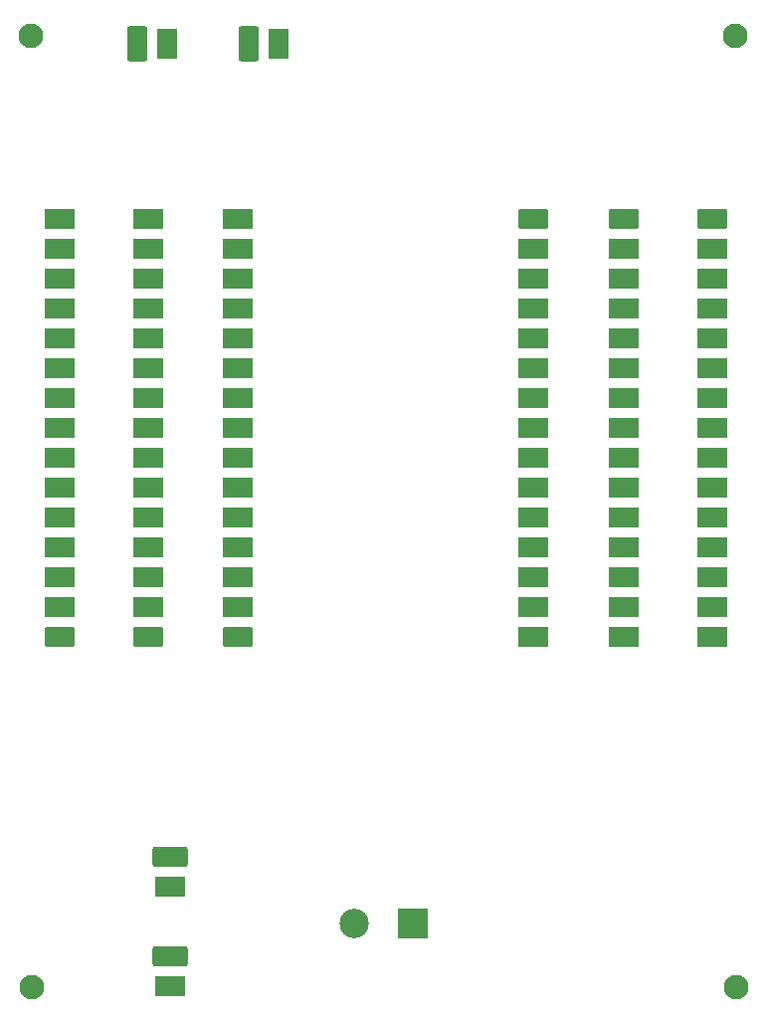
<source format=gbr>
%TF.GenerationSoftware,KiCad,Pcbnew,6.0.7+dfsg-1+b1*%
%TF.CreationDate,2022-09-30T15:10:01-05:00*%
%TF.ProjectId,esp32,65737033-322e-46b6-9963-61645f706362,rev?*%
%TF.SameCoordinates,Original*%
%TF.FileFunction,Soldermask,Top*%
%TF.FilePolarity,Negative*%
%FSLAX46Y46*%
G04 Gerber Fmt 4.6, Leading zero omitted, Abs format (unit mm)*
G04 Created by KiCad (PCBNEW 6.0.7+dfsg-1+b1) date 2022-09-30 15:10:01*
%MOMM*%
%LPD*%
G01*
G04 APERTURE LIST*
G04 Aperture macros list*
%AMRoundRect*
0 Rectangle with rounded corners*
0 $1 Rounding radius*
0 $2 $3 $4 $5 $6 $7 $8 $9 X,Y pos of 4 corners*
0 Add a 4 corners polygon primitive as box body*
4,1,4,$2,$3,$4,$5,$6,$7,$8,$9,$2,$3,0*
0 Add four circle primitives for the rounded corners*
1,1,$1+$1,$2,$3*
1,1,$1+$1,$4,$5*
1,1,$1+$1,$6,$7*
1,1,$1+$1,$8,$9*
0 Add four rect primitives between the rounded corners*
20,1,$1+$1,$2,$3,$4,$5,0*
20,1,$1+$1,$4,$5,$6,$7,0*
20,1,$1+$1,$6,$7,$8,$9,0*
20,1,$1+$1,$8,$9,$2,$3,0*%
G04 Aperture macros list end*
%ADD10RoundRect,0.250000X1.020000X-0.620000X1.020000X0.620000X-1.020000X0.620000X-1.020000X-0.620000X0*%
%ADD11R,2.540000X1.740000*%
%ADD12RoundRect,0.250000X-0.620000X-1.250000X0.620000X-1.250000X0.620000X1.250000X-0.620000X1.250000X0*%
%ADD13R,1.740000X2.540000*%
%ADD14C,2.100000*%
%ADD15RoundRect,0.250000X-1.020000X0.620000X-1.020000X-0.620000X1.020000X-0.620000X1.020000X0.620000X0*%
%ADD16R,2.500000X2.500000*%
%ADD17C,2.500000*%
%ADD18RoundRect,0.250000X-1.250000X0.620000X-1.250000X-0.620000X1.250000X-0.620000X1.250000X0.620000X0*%
G04 APERTURE END LIST*
D10*
%TO.C,J6der1*%
X119937500Y-119590000D03*
D11*
X119937500Y-117050000D03*
X119937500Y-114510000D03*
X119937500Y-111970000D03*
X119937500Y-109430000D03*
X119937500Y-106890000D03*
X119937500Y-104350000D03*
X119937500Y-101810000D03*
X119937500Y-99270000D03*
X119937500Y-96730000D03*
X119937500Y-94190000D03*
X119937500Y-91650000D03*
X119937500Y-89110000D03*
X119937500Y-86570000D03*
X119937500Y-84030000D03*
%TD*%
D12*
%TO.C,J1*%
X128460000Y-69140000D03*
D13*
X131000000Y-69140000D03*
%TD*%
D14*
%TO.C,H4*%
X109930000Y-68490000D03*
%TD*%
%TO.C,H2*%
X110000000Y-149400000D03*
%TD*%
D12*
%TO.C,J7*%
X119030000Y-69140000D03*
D13*
X121570000Y-69140000D03*
%TD*%
D14*
%TO.C,H1*%
X170000000Y-149400000D03*
%TD*%
D15*
%TO.C,J4*%
X160437500Y-84020000D03*
D11*
X160437500Y-86560000D03*
X160437500Y-89100000D03*
X160437500Y-91640000D03*
X160437500Y-94180000D03*
X160437500Y-96720000D03*
X160437500Y-99260000D03*
X160437500Y-101800000D03*
X160437500Y-104340000D03*
X160437500Y-106880000D03*
X160437500Y-109420000D03*
X160437500Y-111960000D03*
X160437500Y-114500000D03*
X160437500Y-117040000D03*
X160437500Y-119580000D03*
%TD*%
D10*
%TO.C,J7der1*%
X112415000Y-119570000D03*
D11*
X112415000Y-117030000D03*
X112415000Y-114490000D03*
X112415000Y-111950000D03*
X112415000Y-109410000D03*
X112415000Y-106870000D03*
X112415000Y-104330000D03*
X112415000Y-101790000D03*
X112415000Y-99250000D03*
X112415000Y-96710000D03*
X112415000Y-94170000D03*
X112415000Y-91630000D03*
X112415000Y-89090000D03*
X112415000Y-86550000D03*
X112415000Y-84010000D03*
%TD*%
D14*
%TO.C,H3*%
X169930000Y-68490000D03*
%TD*%
D16*
%TO.C,J3*%
X142500000Y-144000000D03*
D17*
X137500000Y-144000000D03*
%TD*%
D18*
%TO.C,J6*%
X121842500Y-146730000D03*
D11*
X121842500Y-149270000D03*
%TD*%
D10*
%TO.C,J8der1*%
X127600000Y-119570000D03*
D11*
X127600000Y-117030000D03*
X127600000Y-114490000D03*
X127600000Y-111950000D03*
X127600000Y-109410000D03*
X127600000Y-106870000D03*
X127600000Y-104330000D03*
X127600000Y-101790000D03*
X127600000Y-99250000D03*
X127600000Y-96710000D03*
X127600000Y-94170000D03*
X127600000Y-91630000D03*
X127600000Y-89090000D03*
X127600000Y-86550000D03*
X127600000Y-84010000D03*
%TD*%
D18*
%TO.C,J8*%
X121842500Y-138330000D03*
D11*
X121842500Y-140870000D03*
%TD*%
D15*
%TO.C,J5*%
X152687500Y-84020000D03*
D11*
X152687500Y-86560000D03*
X152687500Y-89100000D03*
X152687500Y-91640000D03*
X152687500Y-94180000D03*
X152687500Y-96720000D03*
X152687500Y-99260000D03*
X152687500Y-101800000D03*
X152687500Y-104340000D03*
X152687500Y-106880000D03*
X152687500Y-109420000D03*
X152687500Y-111960000D03*
X152687500Y-114500000D03*
X152687500Y-117040000D03*
X152687500Y-119580000D03*
%TD*%
D15*
%TO.C,J2*%
X167915000Y-84020000D03*
D11*
X167915000Y-86560000D03*
X167915000Y-89100000D03*
X167915000Y-91640000D03*
X167915000Y-94180000D03*
X167915000Y-96720000D03*
X167915000Y-99260000D03*
X167915000Y-101800000D03*
X167915000Y-104340000D03*
X167915000Y-106880000D03*
X167915000Y-109420000D03*
X167915000Y-111960000D03*
X167915000Y-114500000D03*
X167915000Y-117040000D03*
X167915000Y-119580000D03*
%TD*%
M02*

</source>
